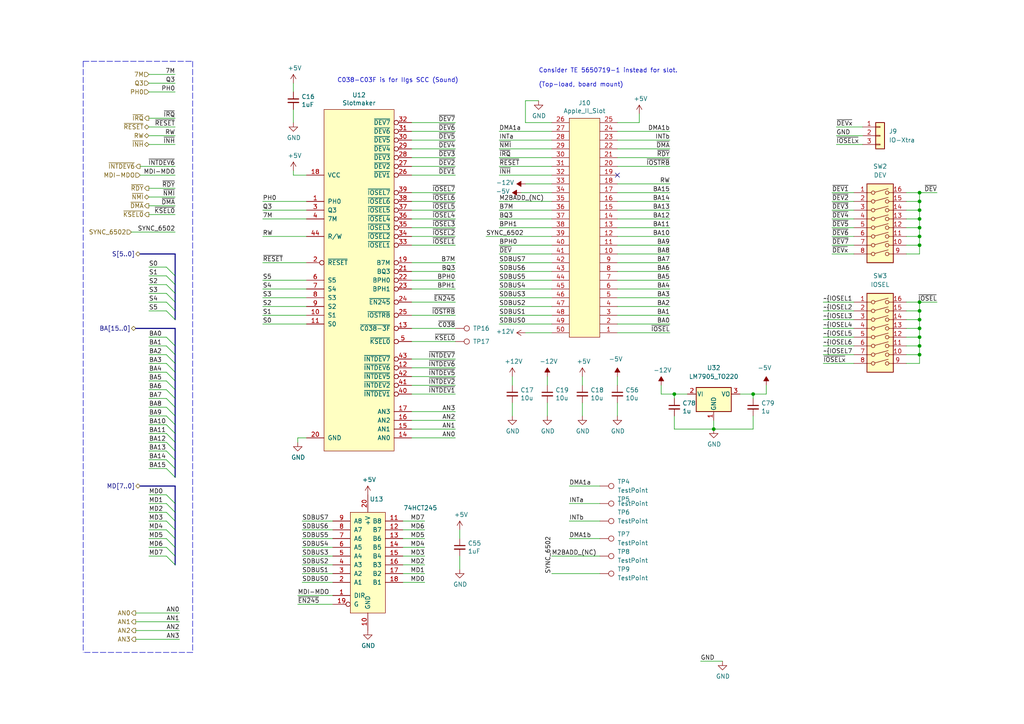
<source format=kicad_sch>
(kicad_sch (version 20211123) (generator eeschema)
  (paper "A4")
  (title_block (title "Slotmaker and Game DIP") (rev "3a") (company "twitch.tv/baldengineer"))
  (lib_symbols
    (symbol "Apple_IIgs_Symbols:Apple_II_Slot" (pin_names (offset 1.016))
      (property "Reference" "J10" (at 0.635 34.925 0))
      (property "Value" "Apple_II_Slot" (at 0.635 32.6136 0))
      (symbol "Apple_II_Slot_1_1"
        (pin bidirectional line (at 10.16 -31.75 180) (length 5.08) (name "~") (number "1"))
        (pin bidirectional line (at 10.16 -8.89 180) (length 5.08) (name "~") (number "10"))
        (pin bidirectional line (at 10.16 -6.35 180) (length 5.08) (name "~") (number "11"))
        (pin bidirectional line (at 10.16 -3.81 180) (length 5.08) (name "~") (number "12"))
        (pin bidirectional line (at 10.16 -1.27 180) (length 5.08) (name "~") (number "13"))
        (pin bidirectional line (at 10.16 1.27 180) (length 5.08) (name "~") (number "14"))
        (pin bidirectional line (at 10.16 3.81 180) (length 5.08) (name "~") (number "15"))
        (pin bidirectional line (at 10.16 6.35 180) (length 5.08) (name "~") (number "16"))
        (pin bidirectional line (at 10.16 8.89 180) (length 5.08) (name "~") (number "17"))
        (pin bidirectional line (at 10.16 11.43 180) (length 5.08) (name "~") (number "18"))
        (pin bidirectional line (at 10.16 13.97 180) (length 5.08) (name "~") (number "19"))
        (pin bidirectional line (at 10.16 -29.21 180) (length 5.08) (name "~") (number "2"))
        (pin bidirectional line (at 10.16 16.51 180) (length 5.08) (name "~") (number "20"))
        (pin bidirectional line (at 10.16 19.05 180) (length 5.08) (name "~") (number "21"))
        (pin bidirectional line (at 10.16 21.59 180) (length 5.08) (name "~") (number "22"))
        (pin bidirectional line (at 10.16 24.13 180) (length 5.08) (name "~") (number "23"))
        (pin bidirectional line (at 10.16 26.67 180) (length 5.08) (name "~") (number "24"))
        (pin bidirectional line (at 10.16 29.21 180) (length 5.08) (name "~") (number "25"))
        (pin bidirectional line (at -8.89 29.21 0) (length 5.08) (name "~") (number "26"))
        (pin bidirectional line (at -8.89 26.67 0) (length 5.08) (name "~") (number "27"))
        (pin bidirectional line (at -8.89 24.13 0) (length 5.08) (name "~") (number "28"))
        (pin bidirectional line (at -8.89 21.59 0) (length 5.08) (name "~") (number "29"))
        (pin bidirectional line (at 10.16 -26.67 180) (length 5.08) (name "~") (number "3"))
        (pin bidirectional line (at -8.89 19.05 0) (length 5.08) (name "") (number "30"))
        (pin bidirectional line (at -8.89 16.51 0) (length 5.08) (name "~") (number "31"))
        (pin bidirectional line (at -8.89 13.97 0) (length 5.08) (name "~") (number "32"))
        (pin bidirectional line (at -8.89 11.43 0) (length 5.08) (name "~") (number "33"))
        (pin bidirectional line (at -8.89 8.89 0) (length 5.08) (name "~") (number "34"))
        (pin bidirectional line (at -8.89 6.35 0) (length 5.08) (name "~") (number "35"))
        (pin bidirectional line (at -8.89 3.81 0) (length 5.08) (name "~") (number "36"))
        (pin bidirectional line (at -8.89 1.27 0) (length 5.08) (name "~") (number "37"))
        (pin bidirectional line (at -8.89 -1.27 0) (length 5.08) (name "~") (number "38"))
        (pin bidirectional line (at -8.89 -3.81 0) (length 5.08) (name "~") (number "39"))
        (pin bidirectional line (at 10.16 -24.13 180) (length 5.08) (name "~") (number "4"))
        (pin bidirectional line (at -8.89 -6.35 0) (length 5.08) (name "~") (number "40"))
        (pin bidirectional line (at -8.89 -8.89 0) (length 5.08) (name "~") (number "41"))
        (pin bidirectional line (at -8.89 -11.43 0) (length 5.08) (name "~") (number "42"))
        (pin bidirectional line (at -8.89 -13.97 0) (length 5.08) (name "~") (number "43"))
        (pin bidirectional line (at -8.89 -16.51 0) (length 5.08) (name "~") (number "44"))
        (pin bidirectional line (at -8.89 -19.05 0) (length 5.08) (name "~") (number "45"))
        (pin bidirectional line (at -8.89 -21.59 0) (length 5.08) (name "~") (number "46"))
        (pin bidirectional line (at -8.89 -24.13 0) (length 5.08) (name "~") (number "47"))
        (pin bidirectional line (at -8.89 -26.67 0) (length 5.08) (name "~") (number "48"))
        (pin bidirectional line (at -8.89 -29.21 0) (length 5.08) (name "~") (number "49"))
        (pin bidirectional line (at 10.16 -21.59 180) (length 5.08) (name "~") (number "5"))
        (pin bidirectional line (at -8.89 -31.75 0) (length 5.08) (name "~") (number "50"))
        (pin bidirectional line (at 10.16 -19.05 180) (length 5.08) (name "~") (number "6"))
        (pin bidirectional line (at 10.16 -16.51 180) (length 5.08) (name "~") (number "7"))
        (pin bidirectional line (at 10.16 -13.97 180) (length 5.08) (name "~") (number "8"))
        (pin bidirectional line (at 10.16 -11.43 180) (length 5.08) (name "~") (number "9"))
      )
    )
    (symbol "Apple_IIgs_Symbols:Slotmaker" (pin_names (offset 1.016))
      (property "Reference" "U12" (at 1.27 51.181 0))
      (property "Value" "Slotmaker" (at 1.27 48.8696 0))
      (symbol "Slotmaker_1_1"
        (pin input line (at -13.97 20.32 0) (length 5.08) (name "PH0") (number "1"))
        (pin input line (at -13.97 -12.7 0) (length 5.08) (name "S1") (number "10"))
        (pin input line (at -13.97 -15.24 0) (length 5.08) (name "S0") (number "11"))
        (pin output inverted (at 16.51 -27.94 180) (length 5.08) (name "~{INTDEV6}") (number "12"))
        (pin output inverted (at 16.51 -16.51 180) (length 5.08) (name "~{C038-3F}") (number "13"))
        (pin output line (at 16.51 -48.26 180) (length 5.08) (name "AN0") (number "14"))
        (pin output line (at 16.51 -45.72 180) (length 5.08) (name "AN1") (number "15"))
        (pin output line (at 16.51 -43.18 180) (length 5.08) (name "AN2") (number "16"))
        (pin output line (at 16.51 -40.64 180) (length 5.08) (name "AN3") (number "17"))
        (pin power_in line (at -13.97 27.94 0) (length 5.08) (name "VCC") (number "18"))
        (pin output inverted (at 16.51 2.54 180) (length 5.08) (name "B7M") (number "19"))
        (pin input inverted (at -13.97 2.54 0) (length 5.08) (name "~{RESET}") (number "2"))
        (pin power_in line (at -13.97 -48.26 0) (length 5.08) (name "GND") (number "20"))
        (pin output inverted (at 16.51 0 180) (length 5.08) (name "BQ3") (number "21"))
        (pin output inverted (at 16.51 -2.54 180) (length 5.08) (name "BPH0") (number "22"))
        (pin output inverted (at 16.51 -5.08 180) (length 5.08) (name "BPH1") (number "23"))
        (pin output inverted (at 16.51 -8.89 180) (length 5.08) (name "~{EN245}") (number "24"))
        (pin output inverted (at 16.51 -12.7 180) (length 5.08) (name "~{IOSTRB}") (number "25"))
        (pin output inverted (at 16.51 27.94 180) (length 5.08) (name "~{DEV1}") (number "26"))
        (pin output inverted (at 16.51 30.48 180) (length 5.08) (name "~{DEV2}") (number "27"))
        (pin output inverted (at 16.51 33.02 180) (length 5.08) (name "~{DEV3}") (number "28"))
        (pin output inverted (at 16.51 35.56 180) (length 5.08) (name "~{DEV4}") (number "29"))
        (pin input line (at -13.97 17.78 0) (length 5.08) (name "Q3") (number "3"))
        (pin output inverted (at 16.51 38.1 180) (length 5.08) (name "~{DEV5}") (number "30"))
        (pin output inverted (at 16.51 40.64 180) (length 5.08) (name "~{DEV6}") (number "31"))
        (pin output inverted (at 16.51 43.18 180) (length 5.08) (name "~{DEV7}") (number "32"))
        (pin output inverted (at 16.51 7.62 180) (length 5.08) (name "~{IOSEL1}") (number "33"))
        (pin output inverted (at 16.51 10.16 180) (length 5.08) (name "~{IOSEL2}") (number "34"))
        (pin output inverted (at 16.51 12.7 180) (length 5.08) (name "~{IOSEL3}") (number "35"))
        (pin output inverted (at 16.51 15.24 180) (length 5.08) (name "~{IOSEL4}") (number "36"))
        (pin output inverted (at 16.51 17.78 180) (length 5.08) (name "~{IOSEL5}") (number "37"))
        (pin output inverted (at 16.51 20.32 180) (length 5.08) (name "~{IOSEL6}") (number "38"))
        (pin output inverted (at 16.51 22.86 180) (length 5.08) (name "~{IOSEL7}") (number "39"))
        (pin input line (at -13.97 15.24 0) (length 5.08) (name "7M") (number "4"))
        (pin output inverted (at 16.51 -35.56 180) (length 5.08) (name "~{INTDEV1}") (number "40"))
        (pin output inverted (at 16.51 -33.02 180) (length 5.08) (name "~{INTDEV2}") (number "41"))
        (pin output inverted (at 16.51 -30.48 180) (length 5.08) (name "~{INTDEV5}") (number "42"))
        (pin output inverted (at 16.51 -25.4 180) (length 5.08) (name "~{INTDEV7}") (number "43"))
        (pin input line (at -13.97 10.16 0) (length 5.08) (name "R/W") (number "44"))
        (pin output inverted (at 16.51 -20.32 180) (length 5.08) (name "~{KSEL0}") (number "5"))
        (pin input line (at -13.97 -2.54 0) (length 5.08) (name "S5") (number "6"))
        (pin input line (at -13.97 -5.08 0) (length 5.08) (name "S4") (number "7"))
        (pin input line (at -13.97 -7.62 0) (length 5.08) (name "S3") (number "8"))
        (pin input line (at -13.97 -10.16 0) (length 5.08) (name "S2") (number "9"))
      )
    )
    (symbol "C_0805_1" (pin_numbers hide) (pin_names (offset 0.254) hide)
      (property "Reference" "C" (at 0.254 1.778 0))
      (property "Value" "C_0805_1" (at 0.254 -2.032 0))
      (symbol "C_0805_1_1_1"
        (pin passive line (at 0 2.54 270) (length 2.032) (name "~") (number "1"))
        (pin passive line (at 0 -2.54 90) (length 2.032) (name "~") (number "2"))
      )
    )
    (symbol "C_0805_2" (pin_numbers hide) (pin_names (offset 0.254) hide)
      (property "Reference" "C" (at 0.254 1.778 0))
      (property "Value" "C_0805_2" (at 0.254 -2.032 0))
      (symbol "C_0805_2_1_1"
        (pin passive line (at 0 2.54 270) (length 2.032) (name "~") (number "1"))
        (pin passive line (at 0 -2.54 90) (length 2.032) (name "~") (number "2"))
      )
    )
    (symbol "C_0805_3" (pin_numbers hide) (pin_names (offset 0.254) hide)
      (property "Reference" "C" (at 0.254 1.778 0))
      (property "Value" "C_0805_3" (at 0.254 -2.032 0))
      (symbol "C_0805_3_1_1"
        (pin passive line (at 0 2.54 270) (length 2.032) (name "~") (number "1"))
        (pin passive line (at 0 -2.54 90) (length 2.032) (name "~") (number "2"))
      )
    )
    (symbol "C_0805_4" (pin_numbers hide) (pin_names (offset 0.254) hide)
      (property "Reference" "C" (at 0.254 1.778 0))
      (property "Value" "C_0805_4" (at 0.254 -2.032 0))
      (symbol "C_0805_4_1_1"
        (pin passive line (at 0 2.54 270) (length 2.032) (name "~") (number "1"))
        (pin passive line (at 0 -2.54 90) (length 2.032) (name "~") (number "2"))
      )
    )
    (symbol "C_0805_5" (pin_numbers hide) (pin_names (offset 0.254) hide)
      (property "Reference" "C" (at 0.254 1.778 0))
      (property "Value" "C_0805_5" (at 0.254 -2.032 0))
      (symbol "C_0805_5_1_1"
        (pin passive line (at 0 2.54 270) (length 2.032) (name "~") (number "1"))
        (pin passive line (at 0 -2.54 90) (length 2.032) (name "~") (number "2"))
      )
    )
    (symbol "Connector:TestPoint" (pin_numbers hide) (pin_names (offset 0.762) hide)
      (property "Reference" "TP" (at 0 6.858 0))
      (property "Value" "TestPoint" (at 0 5.08 0))
      (symbol "TestPoint_1_1"
        (pin passive line (at 0 0 90) (length 2.54) (name "1") (number "1"))
      )
    )
    (symbol "Connector_Generic:Conn_01x03" (pin_names (offset 1.016) hide)
      (property "Reference" "J" (at 0 5.08 0))
      (property "Value" "Conn_01x03" (at 0 -5.08 0))
      (symbol "Conn_01x03_1_1"
        (pin passive line (at -5.08 2.54 0) (length 3.81) (name "Pin_1") (number "1"))
        (pin passive line (at -5.08 0 0) (length 3.81) (name "Pin_2") (number "2"))
        (pin passive line (at -5.08 -2.54 0) (length 3.81) (name "Pin_3") (number "3"))
      )
    )
    (symbol "My Library:74HCT245_1" (pin_names (offset 1.016))
      (property "Reference" "U5" (at 2.54 19.05 0))
      (property "Value" "74HCT245_1" (at 6.35 16.51 0))
      (symbol "74HCT245_1_1_1"
        (pin input line (at -10.16 -8.89 0) (length 5.08) (name "DIR") (number "1"))
        (pin power_in line (at 0 -19.05 90) (length 5.08) (name "GND") (number "10"))
        (pin bidirectional line (at 10.16 12.7 180) (length 5.08) (name "B8") (number "11"))
        (pin bidirectional line (at 10.16 10.16 180) (length 5.08) (name "B7") (number "12"))
        (pin bidirectional line (at 10.16 7.62 180) (length 5.08) (name "B6") (number "13"))
        (pin bidirectional line (at 10.16 5.08 180) (length 5.08) (name "B5") (number "14"))
        (pin bidirectional line (at 10.16 2.54 180) (length 5.08) (name "B4") (number "15"))
        (pin bidirectional line (at 10.16 0 180) (length 5.08) (name "B3") (number "16"))
        (pin bidirectional line (at 10.16 -2.54 180) (length 5.08) (name "B2") (number "17"))
        (pin bidirectional line (at 10.16 -5.08 180) (length 5.08) (name "B1") (number "18"))
        (pin input inverted (at -10.16 -11.43 0) (length 5.08) (name "G") (number "19"))
        (pin bidirectional line (at -10.16 -5.08 0) (length 5.08) (name "A1") (number "2"))
        (pin power_in line (at 0 20.32 270) (length 5.08) (name "+V") (number "20"))
        (pin bidirectional line (at -10.16 -2.54 0) (length 5.08) (name "A2") (number "3"))
        (pin bidirectional line (at -10.16 0 0) (length 5.08) (name "A3") (number "4"))
        (pin bidirectional line (at -10.16 2.54 0) (length 5.08) (name "A4") (number "5"))
        (pin bidirectional line (at -10.16 5.08 0) (length 5.08) (name "A5") (number "6"))
        (pin bidirectional line (at -10.16 7.62 0) (length 5.08) (name "A6") (number "7"))
        (pin bidirectional line (at -10.16 10.16 0) (length 5.08) (name "A7") (number "8"))
        (pin bidirectional line (at -10.16 12.7 0) (length 5.08) (name "A8") (number "9"))
      )
    )
    (symbol "My_Library:C_0805" (pin_numbers hide) (pin_names (offset 0.254) hide)
      (property "Reference" "C" (at 0.254 1.778 0))
      (property "Value" "C_0805" (at 0.254 -2.032 0))
      (symbol "C_0805_1_1"
        (pin passive line (at 0 2.54 270) (length 2.032) (name "~") (number "1"))
        (pin passive line (at 0 -2.54 90) (length 2.032) (name "~") (number "2"))
      )
    )
    (symbol "Regulator_Linear:LM7905_TO220" (pin_names (offset 0.254))
      (property "Reference" "U" (at -3.81 -3.175 0))
      (property "Value" "LM7905_TO220" (at 0 -3.175 0))
      (symbol "LM7905_TO220_1_1"
        (pin power_in line (at 0 7.62 270) (length 2.54) (name "GND") (number "1"))
        (pin power_in line (at -7.62 0 0) (length 2.54) (name "VI") (number "2"))
        (pin power_out line (at 7.62 0 180) (length 2.54) (name "VO") (number "3"))
      )
    )
    (symbol "Switch:SW_DIP_x08" (pin_names (offset 0) hide)
      (property "Reference" "SW" (at 0 13.97 0))
      (property "Value" "SW_DIP_x08" (at 0 -11.43 0))
      (symbol "SW_DIP_x08_1_1"
        (pin passive line (at -7.62 10.16 0) (length 5.08) (name "~") (number "1"))
        (pin passive line (at 7.62 -5.08 180) (length 5.08) (name "~") (number "10"))
        (pin passive line (at 7.62 -2.54 180) (length 5.08) (name "~") (number "11"))
        (pin passive line (at 7.62 0 180) (length 5.08) (name "~") (number "12"))
        (pin passive line (at 7.62 2.54 180) (length 5.08) (name "~") (number "13"))
        (pin passive line (at 7.62 5.08 180) (length 5.08) (name "~") (number "14"))
        (pin passive line (at 7.62 7.62 180) (length 5.08) (name "~") (number "15"))
        (pin passive line (at 7.62 10.16 180) (length 5.08) (name "~") (number "16"))
        (pin passive line (at -7.62 7.62 0) (length 5.08) (name "~") (number "2"))
        (pin passive line (at -7.62 5.08 0) (length 5.08) (name "~") (number "3"))
        (pin passive line (at -7.62 2.54 0) (length 5.08) (name "~") (number "4"))
        (pin passive line (at -7.62 0 0) (length 5.08) (name "~") (number "5"))
        (pin passive line (at -7.62 -2.54 0) (length 5.08) (name "~") (number "6"))
        (pin passive line (at -7.62 -5.08 0) (length 5.08) (name "~") (number "7"))
        (pin passive line (at -7.62 -7.62 0) (length 5.08) (name "~") (number "8"))
        (pin passive line (at 7.62 -7.62 180) (length 5.08) (name "~") (number "9"))
      )
    )
    (symbol "power:+12V" (power) (pin_names (offset 0))
      (property "Value" "+12V" (at 0 3.556 0))
      (symbol "+12V_1_1"
        (pin power_in line (at 0 0 90) (length 0) hide (name "+12V") (number "1"))
      )
    )
    (symbol "power:+5V" (power) (pin_names (offset 0))
      (property "Value" "+5V" (at 0 3.556 0))
      (symbol "+5V_1_1"
        (pin power_in line (at 0 0 90) (length 0) hide (name "+5V") (number "1"))
      )
    )
    (symbol "power:-12V" (power) (pin_names (offset 0))
      (property "Value" "-12V" (at 0 3.81 0))
      (symbol "-12V_0_0"
        (pin power_in line (at 0 0 90) (length 0) hide (name "-12V") (number "1"))
      )
    )
    (symbol "power:-5V" (power) (pin_names (offset 0))
      (property "Value" "-5V" (at 0 3.81 0))
      (symbol "-5V_0_0"
        (pin power_in line (at 0 0 90) (length 0) hide (name "-5V") (number "1"))
      )
    )
    (symbol "power:GND" (power) (pin_names (offset 0))
      (property "Value" "GND" (at 0 -3.81 0))
      (symbol "GND_1_1"
        (pin power_in line (at 0 0 270) (length 0) hide (name "GND") (number "1"))
      )
    )
  )
  (junction (at 266.7 55.88))
  (junction (at 266.7 95.25))
  (junction (at 266.7 100.33))
  (junction (at 266.7 92.71))
  (junction (at 266.7 68.58))
  (junction (at 266.7 90.17))
  (junction (at 218.44 114.3))
  (junction (at 266.7 60.96))
  (junction (at 266.7 66.04))
  (junction (at 266.7 102.87))
  (junction (at 266.7 71.12))
  (junction (at 266.7 63.5))
  (junction (at 266.7 87.63))
  (junction (at 266.7 97.79))
  (junction (at 266.7 58.42))
  (junction (at 195.58 114.3))
  (junction (at 207.01 124.46))
  (no_connect (at 179.07 50.8))
  (bus_entry (at 48.26 90.17) (size 2.54 2.54))
  (bus_entry (at 48.26 102.87) (size 2.54 2.54))
  (bus_entry (at 48.26 85.09) (size 2.54 2.54))
  (bus_entry (at 48.26 130.81) (size 2.54 2.54))
  (bus_entry (at 48.26 146.05) (size 2.54 2.54))
  (bus_entry (at 48.26 148.59) (size 2.54 2.54))
  (bus_entry (at 48.26 133.35) (size 2.54 2.54))
  (bus_entry (at 48.26 113.03) (size 2.54 2.54))
  (bus_entry (at 48.26 123.19) (size 2.54 2.54))
  (bus_entry (at 48.26 110.49) (size 2.54 2.54))
  (bus_entry (at 48.26 77.47) (size 2.54 2.54))
  (bus_entry (at 48.26 151.13) (size 2.54 2.54))
  (bus_entry (at 48.26 100.33) (size 2.54 2.54))
  (bus_entry (at 48.26 158.75) (size 2.54 2.54))
  (bus_entry (at 48.26 87.63) (size 2.54 2.54))
  (bus_entry (at 48.26 156.21) (size 2.54 2.54))
  (bus_entry (at 48.26 105.41) (size 2.54 2.54))
  (bus_entry (at 48.26 80.01) (size 2.54 2.54))
  (bus_entry (at 48.26 107.95) (size 2.54 2.54))
  (bus_entry (at 48.26 143.51) (size 2.54 2.54))
  (bus_entry (at 48.26 125.73) (size 2.54 2.54))
  (bus_entry (at 48.26 120.65) (size 2.54 2.54))
  (bus_entry (at 48.26 115.57) (size 2.54 2.54))
  (bus_entry (at 48.26 128.27) (size 2.54 2.54))
  (bus_entry (at 48.26 97.79) (size 2.54 2.54))
  (bus_entry (at 48.26 161.29) (size 2.54 2.54))
  (bus_entry (at 48.26 153.67) (size 2.54 2.54))
  (bus_entry (at 48.26 82.55) (size 2.54 2.54))
  (bus_entry (at 48.26 118.11) (size 2.54 2.54))
  (bus_entry (at 48.26 135.89) (size 2.54 2.54))
  (wire (pts (xy 242.57 39.37) (xy 250.19 39.37)))
  (wire (pts (xy 179.07 68.58) (xy 194.31 68.58)))
  (wire (pts (xy 179.07 73.66) (xy 194.31 73.66)))
  (wire (pts (xy 266.7 55.88) (xy 271.78 55.88)))
  (wire (pts (xy 179.07 40.64) (xy 194.31 40.64)))
  (wire (pts (xy 179.07 88.9) (xy 194.31 88.9)))
  (wire (pts (xy 266.7 87.63) (xy 271.78 87.63)))
  (polyline (pts (xy 24.13 17.78) (xy 24.13 189.23)))
  (wire (pts (xy 43.18 105.41) (xy 48.26 105.41)))
  (wire (pts (xy 50.8 26.67) (xy 43.18 26.67)))
  (wire (pts (xy 262.89 87.63) (xy 266.7 87.63)))
  (wire (pts (xy 43.18 102.87) (xy 48.26 102.87)))
  (wire (pts (xy 218.44 114.3) (xy 218.44 115.57)))
  (wire (pts (xy 191.77 114.3) (xy 195.58 114.3)))
  (wire (pts (xy 119.38 99.06) (xy 132.08 99.06)))
  (wire (pts (xy 266.7 92.71) (xy 266.7 95.25)))
  (wire (pts (xy 266.7 95.25) (xy 266.7 97.79)))
  (wire (pts (xy 144.78 78.74) (xy 160.02 78.74)))
  (wire (pts (xy 43.18 34.29) (xy 50.8 34.29)))
  (wire (pts (xy 43.18 90.17) (xy 48.26 90.17)))
  (wire (pts (xy 144.78 63.5) (xy 160.02 63.5)))
  (wire (pts (xy 119.38 111.76) (xy 132.08 111.76)))
  (wire (pts (xy 218.44 114.3) (xy 222.25 114.3)))
  (wire (pts (xy 88.9 60.96) (xy 76.2 60.96)))
  (wire (pts (xy 262.89 95.25) (xy 266.7 95.25)))
  (wire (pts (xy 43.18 123.19) (xy 48.26 123.19)))
  (wire (pts (xy 140.97 68.58) (xy 160.02 68.58)))
  (wire (pts (xy 43.18 125.73) (xy 48.26 125.73)))
  (wire (pts (xy 119.38 104.14) (xy 132.08 104.14)))
  (wire (pts (xy 262.89 97.79) (xy 266.7 97.79)))
  (wire (pts (xy 144.78 66.04) (xy 160.02 66.04)))
  (wire (pts (xy 179.07 55.88) (xy 194.31 55.88)))
  (wire (pts (xy 119.38 76.2) (xy 132.08 76.2)))
  (wire (pts (xy 158.75 120.65) (xy 158.75 116.84)))
  (wire (pts (xy 40.64 48.26) (xy 50.8 48.26)))
  (wire (pts (xy 85.09 50.8) (xy 85.09 49.53)))
  (wire (pts (xy 88.9 91.44) (xy 76.2 91.44)))
  (wire (pts (xy 116.84 166.37) (xy 123.19 166.37)))
  (wire (pts (xy 179.07 111.76) (xy 179.07 109.22)))
  (wire (pts (xy 179.07 120.65) (xy 179.07 116.84)))
  (wire (pts (xy 148.59 111.76) (xy 148.59 109.22)))
  (wire (pts (xy 262.89 71.12) (xy 266.7 71.12)))
  (wire (pts (xy 88.9 83.82) (xy 76.2 83.82)))
  (wire (pts (xy 179.07 66.04) (xy 194.31 66.04)))
  (wire (pts (xy 96.52 158.75) (xy 87.63 158.75)))
  (wire (pts (xy 152.4 53.34) (xy 160.02 53.34)))
  (wire (pts (xy 160.02 166.37) (xy 173.99 166.37)))
  (wire (pts (xy 43.18 151.13) (xy 48.26 151.13)))
  (wire (pts (xy 168.91 120.65) (xy 168.91 116.84)))
  (wire (pts (xy 144.78 81.28) (xy 160.02 81.28)))
  (wire (pts (xy 88.9 81.28) (xy 76.2 81.28)))
  (wire (pts (xy 48.26 158.75) (xy 43.18 158.75)))
  (wire (pts (xy 43.18 153.67) (xy 48.26 153.67)))
  (wire (pts (xy 119.38 63.5) (xy 132.08 63.5)))
  (bus (pts (xy 50.8 82.55) (xy 50.8 80.01)))
  (wire (pts (xy 266.7 73.66) (xy 262.89 73.66)))
  (wire (pts (xy 262.89 102.87) (xy 266.7 102.87)))
  (wire (pts (xy 119.38 114.3) (xy 132.08 114.3)))
  (wire (pts (xy 119.38 119.38) (xy 132.08 119.38)))
  (wire (pts (xy 88.9 58.42) (xy 76.2 58.42)))
  (wire (pts (xy 39.37 185.42) (xy 52.07 185.42)))
  (wire (pts (xy 179.07 71.12) (xy 194.31 71.12)))
  (bus (pts (xy 50.8 110.49) (xy 50.8 107.95)))
  (bus (pts (xy 50.8 107.95) (xy 50.8 105.41)))
  (wire (pts (xy 96.52 166.37) (xy 87.63 166.37)))
  (wire (pts (xy 96.52 161.29) (xy 87.63 161.29)))
  (wire (pts (xy 195.58 114.3) (xy 199.39 114.3)))
  (wire (pts (xy 218.44 120.65) (xy 218.44 124.46)))
  (polyline (pts (xy 24.13 17.78) (xy 55.88 17.78)))
  (bus (pts (xy 50.8 100.33) (xy 50.8 95.25)))
  (wire (pts (xy 238.76 87.63) (xy 247.65 87.63)))
  (wire (pts (xy 88.9 76.2) (xy 76.2 76.2)))
  (wire (pts (xy 179.07 63.5) (xy 194.31 63.5)))
  (wire (pts (xy 43.18 54.61) (xy 50.8 54.61)))
  (wire (pts (xy 179.07 96.52) (xy 194.31 96.52)))
  (wire (pts (xy 119.38 60.96) (xy 132.08 60.96)))
  (wire (pts (xy 165.1 146.05) (xy 173.99 146.05)))
  (wire (pts (xy 160.02 35.56) (xy 152.4 35.56)))
  (wire (pts (xy 179.07 76.2) (xy 194.31 76.2)))
  (bus (pts (xy 40.64 73.66) (xy 50.8 73.66)))
  (bus (pts (xy 50.8 113.03) (xy 50.8 110.49)))
  (wire (pts (xy 43.18 97.79) (xy 48.26 97.79)))
  (wire (pts (xy 119.38 106.68) (xy 132.08 106.68)))
  (wire (pts (xy 119.38 45.72) (xy 132.08 45.72)))
  (wire (pts (xy 50.8 50.8) (xy 40.64 50.8)))
  (wire (pts (xy 241.3 55.88) (xy 247.65 55.88)))
  (wire (pts (xy 262.89 55.88) (xy 266.7 55.88)))
  (bus (pts (xy 50.8 85.09) (xy 50.8 82.55)))
  (wire (pts (xy 266.7 68.58) (xy 266.7 71.12)))
  (wire (pts (xy 144.78 86.36) (xy 160.02 86.36)))
  (wire (pts (xy 116.84 161.29) (xy 123.19 161.29)))
  (wire (pts (xy 152.4 29.21) (xy 156.21 29.21)))
  (wire (pts (xy 266.7 60.96) (xy 266.7 63.5)))
  (wire (pts (xy 179.07 83.82) (xy 194.31 83.82)))
  (bus (pts (xy 50.8 146.05) (xy 50.8 140.97)))
  (wire (pts (xy 43.18 87.63) (xy 48.26 87.63)))
  (wire (pts (xy 96.52 156.21) (xy 87.63 156.21)))
  (wire (pts (xy 179.07 53.34) (xy 194.31 53.34)))
  (wire (pts (xy 266.7 58.42) (xy 266.7 60.96)))
  (wire (pts (xy 39.37 182.88) (xy 52.07 182.88)))
  (wire (pts (xy 88.9 86.36) (xy 76.2 86.36)))
  (bus (pts (xy 50.8 92.71) (xy 50.8 90.17)))
  (wire (pts (xy 179.07 38.1) (xy 194.31 38.1)))
  (wire (pts (xy 218.44 124.46) (xy 207.01 124.46)))
  (wire (pts (xy 179.07 78.74) (xy 194.31 78.74)))
  (bus (pts (xy 50.8 87.63) (xy 50.8 85.09)))
  (wire (pts (xy 119.38 87.63) (xy 132.08 87.63)))
  (bus (pts (xy 50.8 118.11) (xy 50.8 115.57)))
  (wire (pts (xy 179.07 43.18) (xy 194.31 43.18)))
  (bus (pts (xy 50.8 115.57) (xy 50.8 113.03)))
  (wire (pts (xy 185.42 35.56) (xy 179.07 35.56)))
  (wire (pts (xy 43.18 148.59) (xy 48.26 148.59)))
  (wire (pts (xy 119.38 43.18) (xy 132.08 43.18)))
  (wire (pts (xy 266.7 55.88) (xy 266.7 58.42)))
  (wire (pts (xy 266.7 66.04) (xy 266.7 68.58)))
  (bus (pts (xy 50.8 153.67) (xy 50.8 151.13)))
  (wire (pts (xy 160.02 45.72) (xy 144.78 45.72)))
  (wire (pts (xy 266.7 90.17) (xy 266.7 92.71)))
  (wire (pts (xy 43.18 62.23) (xy 50.8 62.23)))
  (wire (pts (xy 160.02 60.96) (xy 144.78 60.96)))
  (wire (pts (xy 151.13 55.88) (xy 160.02 55.88)))
  (wire (pts (xy 48.26 115.57) (xy 43.18 115.57)))
  (wire (pts (xy 43.18 156.21) (xy 48.26 156.21)))
  (wire (pts (xy 144.78 71.12) (xy 160.02 71.12)))
  (wire (pts (xy 179.07 91.44) (xy 194.31 91.44)))
  (wire (pts (xy 207.01 121.92) (xy 207.01 124.46)))
  (wire (pts (xy 195.58 124.46) (xy 207.01 124.46)))
  (bus (pts (xy 50.8 133.35) (xy 50.8 135.89)))
  (wire (pts (xy 238.76 102.87) (xy 247.65 102.87)))
  (bus (pts (xy 39.37 95.25) (xy 50.8 95.25)))
  (wire (pts (xy 48.26 161.29) (xy 43.18 161.29)))
  (wire (pts (xy 96.52 168.91) (xy 87.63 168.91)))
  (bus (pts (xy 50.8 80.01) (xy 50.8 73.66)))
  (wire (pts (xy 116.84 151.13) (xy 123.19 151.13)))
  (wire (pts (xy 119.38 50.8) (xy 132.08 50.8)))
  (wire (pts (xy 262.89 66.04) (xy 266.7 66.04)))
  (wire (pts (xy 262.89 63.5) (xy 266.7 63.5)))
  (wire (pts (xy 119.38 58.42) (xy 132.08 58.42)))
  (wire (pts (xy 185.42 33.02) (xy 185.42 35.56)))
  (wire (pts (xy 48.26 135.89) (xy 43.18 135.89)))
  (bus (pts (xy 40.64 140.97) (xy 50.8 140.97)))
  (wire (pts (xy 144.78 73.66) (xy 160.02 73.66)))
  (wire (pts (xy 119.38 66.04) (xy 132.08 66.04)))
  (wire (pts (xy 48.26 80.01) (xy 43.18 80.01)))
  (wire (pts (xy 39.37 180.34) (xy 52.07 180.34)))
  (wire (pts (xy 96.52 175.26) (xy 86.36 175.26)))
  (wire (pts (xy 266.7 102.87) (xy 266.7 105.41)))
  (wire (pts (xy 48.26 128.27) (xy 43.18 128.27)))
  (wire (pts (xy 160.02 50.8) (xy 144.78 50.8)))
  (wire (pts (xy 43.18 59.69) (xy 50.8 59.69)))
  (polyline (pts (xy 55.88 189.23) (xy 24.13 189.23)))
  (wire (pts (xy 50.8 41.91) (xy 43.18 41.91)))
  (wire (pts (xy 119.38 55.88) (xy 132.08 55.88)))
  (wire (pts (xy 39.37 177.8) (xy 52.07 177.8)))
  (wire (pts (xy 238.76 95.25) (xy 247.65 95.25)))
  (wire (pts (xy 86.36 127) (xy 86.36 128.27)))
  (wire (pts (xy 48.26 143.51) (xy 43.18 143.51)))
  (wire (pts (xy 179.07 93.98) (xy 194.31 93.98)))
  (wire (pts (xy 119.38 121.92) (xy 132.08 121.92)))
  (wire (pts (xy 38.1 67.31) (xy 50.8 67.31)))
  (wire (pts (xy 133.35 165.1) (xy 133.35 161.29)))
  (wire (pts (xy 48.26 110.49) (xy 43.18 110.49)))
  (wire (pts (xy 173.99 156.21) (xy 165.1 156.21)))
  (wire (pts (xy 144.78 38.1) (xy 160.02 38.1)))
  (wire (pts (xy 43.18 118.11) (xy 48.26 118.11)))
  (wire (pts (xy 133.35 156.21) (xy 133.35 153.67)))
  (wire (pts (xy 144.78 76.2) (xy 160.02 76.2)))
  (wire (pts (xy 195.58 120.65) (xy 195.58 124.46)))
  (wire (pts (xy 43.18 39.37) (xy 50.8 39.37)))
  (wire (pts (xy 266.7 100.33) (xy 266.7 102.87)))
  (wire (pts (xy 116.84 153.67) (xy 123.19 153.67)))
  (wire (pts (xy 214.63 114.3) (xy 218.44 114.3)))
  (wire (pts (xy 88.9 88.9) (xy 76.2 88.9)))
  (wire (pts (xy 179.07 86.36) (xy 194.31 86.36)))
  (wire (pts (xy 48.26 146.05) (xy 43.18 146.05)))
  (bus (pts (xy 50.8 135.89) (xy 50.8 138.43)))
  (bus (pts (xy 50.8 120.65) (xy 50.8 118.11)))
  (wire (pts (xy 266.7 87.63) (xy 266.7 90.17)))
  (wire (pts (xy 88.9 63.5) (xy 76.2 63.5)))
  (wire (pts (xy 262.89 90.17) (xy 266.7 90.17)))
  (wire (pts (xy 262.89 100.33) (xy 266.7 100.33)))
  (wire (pts (xy 88.9 93.98) (xy 76.2 93.98)))
  (wire (pts (xy 179.07 60.96) (xy 194.31 60.96)))
  (wire (pts (xy 88.9 68.58) (xy 76.2 68.58)))
  (wire (pts (xy 152.4 35.56) (xy 152.4 29.21)))
  (wire (pts (xy 241.3 73.66) (xy 247.65 73.66)))
  (wire (pts (xy 158.75 111.76) (xy 158.75 109.22)))
  (wire (pts (xy 116.84 163.83) (xy 123.19 163.83)))
  (bus (pts (xy 50.8 102.87) (xy 50.8 100.33)))
  (wire (pts (xy 88.9 127) (xy 86.36 127)))
  (wire (pts (xy 238.76 97.79) (xy 247.65 97.79)))
  (wire (pts (xy 48.26 77.47) (xy 43.18 77.47)))
  (bus (pts (xy 50.8 125.73) (xy 50.8 123.19)))
  (wire (pts (xy 242.57 36.83) (xy 250.19 36.83)))
  (wire (pts (xy 144.78 83.82) (xy 160.02 83.82)))
  (wire (pts (xy 173.99 161.29) (xy 160.02 161.29)))
  (wire (pts (xy 116.84 168.91) (xy 123.19 168.91)))
  (wire (pts (xy 241.3 63.5) (xy 247.65 63.5)))
  (wire (pts (xy 266.7 71.12) (xy 266.7 73.66)))
  (wire (pts (xy 266.7 97.79) (xy 266.7 100.33)))
  (wire (pts (xy 242.57 41.91) (xy 250.19 41.91)))
  (wire (pts (xy 119.38 38.1) (xy 132.08 38.1)))
  (wire (pts (xy 179.07 58.42) (xy 194.31 58.42)))
  (bus (pts (xy 50.8 123.19) (xy 50.8 120.65)))
  (wire (pts (xy 241.3 66.04) (xy 247.65 66.04)))
  (wire (pts (xy 179.07 81.28) (xy 194.31 81.28)))
  (wire (pts (xy 222.25 114.3) (xy 222.25 111.76)))
  (wire (pts (xy 266.7 63.5) (xy 266.7 66.04)))
  (wire (pts (xy 48.26 113.03) (xy 43.18 113.03)))
  (bus (pts (xy 50.8 161.29) (xy 50.8 158.75)))
  (wire (pts (xy 119.38 68.58) (xy 132.08 68.58)))
  (wire (pts (xy 262.89 92.71) (xy 266.7 92.71)))
  (wire (pts (xy 48.26 85.09) (xy 43.18 85.09)))
  (wire (pts (xy 116.84 156.21) (xy 123.19 156.21)))
  (wire (pts (xy 119.38 71.12) (xy 132.08 71.12)))
  (wire (pts (xy 85.09 26.67) (xy 85.09 24.13)))
  (wire (pts (xy 179.07 45.72) (xy 194.31 45.72)))
  (wire (pts (xy 43.18 36.83) (xy 50.8 36.83)))
  (wire (pts (xy 144.78 40.64) (xy 160.02 40.64)))
  (wire (pts (xy 144.78 91.44) (xy 160.02 91.44)))
  (wire (pts (xy 119.38 95.25) (xy 132.08 95.25)))
  (wire (pts (xy 119.38 91.44) (xy 132.08 91.44)))
  (wire (pts (xy 238.76 90.17) (xy 247.65 90.17)))
  (wire (pts (xy 119.38 81.28) (xy 132.08 81.28)))
  (wire (pts (xy 160.02 43.18) (xy 144.78 43.18)))
  (wire (pts (xy 160.02 48.26) (xy 144.78 48.26)))
  (wire (pts (xy 43.18 82.55) (xy 48.26 82.55)))
  (wire (pts (xy 85.09 35.56) (xy 85.09 31.75)))
  (bus (pts (xy 50.8 163.83) (xy 50.8 161.29)))
  (wire (pts (xy 148.59 120.65) (xy 148.59 116.84)))
  (wire (pts (xy 50.8 21.59) (xy 43.18 21.59)))
  (wire (pts (xy 238.76 92.71) (xy 247.65 92.71)))
  (bus (pts (xy 50.8 90.17) (xy 50.8 87.63)))
  (wire (pts (xy 266.7 105.41) (xy 262.89 105.41)))
  (wire (pts (xy 116.84 158.75) (xy 123.19 158.75)))
  (wire (pts (xy 262.89 68.58) (xy 266.7 68.58)))
  (bus (pts (xy 50.8 148.59) (xy 50.8 146.05)))
  (bus (pts (xy 50.8 128.27) (xy 50.8 125.73)))
  (wire (pts (xy 119.38 35.56) (xy 132.08 35.56)))
  (wire (pts (xy 209.55 191.77) (xy 203.2 191.77)))
  (wire (pts (xy 241.3 71.12) (xy 247.65 71.12)))
  (bus (pts (xy 50.8 156.21) (xy 50.8 153.67)))
  (wire (pts (xy 119.38 40.64) (xy 132.08 40.64)))
  (wire (pts (xy 119.38 48.26) (xy 132.08 48.26)))
  (wire (pts (xy 173.99 151.13) (xy 165.1 151.13)))
  (wire (pts (xy 50.8 24.13) (xy 43.18 24.13)))
  (bus (pts (xy 50.8 105.41) (xy 50.8 102.87)))
  (bus (pts (xy 50.8 151.13) (xy 50.8 148.59)))
  (wire (pts (xy 48.26 107.95) (xy 43.18 107.95)))
  (wire (pts (xy 238.76 100.33) (xy 247.65 100.33)))
  (wire (pts (xy 168.91 111.76) (xy 168.91 109.22)))
  (wire (pts (xy 48.26 130.81) (xy 43.18 130.81)))
  (wire (pts (xy 241.3 58.42) (xy 247.65 58.42)))
  (wire (pts (xy 43.18 120.65) (xy 48.26 120.65)))
  (wire (pts (xy 144.78 93.98) (xy 160.02 93.98)))
  (wire (pts (xy 195.58 114.3) (xy 195.58 115.57)))
  (polyline (pts (xy 55.88 17.78) (xy 55.88 189.23)))
  (wire (pts (xy 88.9 50.8) (xy 85.09 50.8)))
  (wire (pts (xy 48.26 133.35) (xy 43.18 133.35)))
  (wire (pts (xy 119.38 127) (xy 132.08 127)))
  (wire (pts (xy 152.4 96.52) (xy 160.02 96.52)))
  (bus (pts (xy 50.8 158.75) (xy 50.8 156.21)))
  (wire (pts (xy 241.3 68.58) (xy 247.65 68.58)))
  (wire (pts (xy 119.38 83.82) (xy 132.08 83.82)))
  (wire (pts (xy 165.1 140.97) (xy 173.99 140.97)))
  (bus (pts (xy 50.8 130.81) (xy 50.8 128.27)))
  (wire (pts (xy 144.78 88.9) (xy 160.02 88.9)))
  (wire (pts (xy 96.52 153.67) (xy 87.63 153.67)))
  (wire (pts (xy 43.18 100.33) (xy 48.26 100.33)))
  (bus (pts (xy 50.8 133.35) (xy 50.8 130.81)))
  (wire (pts (xy 262.89 58.42) (xy 266.7 58.42)))
  (wire (pts (xy 179.07 48.26) (xy 194.31 48.26)))
  (wire (pts (xy 96.52 163.83) (xy 87.63 163.83)))
  (wire (pts (xy 96.52 172.72) (xy 86.36 172.72)))
  (wire (pts (xy 119.38 109.22) (xy 132.08 109.22)))
  (wire (pts (xy 191.77 111.76) (xy 191.77 114.3)))
  (wire (pts (xy 238.76 105.41) (xy 247.65 105.41)))
  (wire (pts (xy 119.38 124.46) (xy 132.08 124.46)))
  (wire (pts (xy 96.52 151.13) (xy 87.63 151.13)))
  (wire (pts (xy 241.3 60.96) (xy 247.65 60.96)))
  (wire (pts (xy 43.18 57.15) (xy 50.8 57.15)))
  (wire (pts (xy 160.02 58.42) (xy 144.78 58.42)))
  (wire (pts (xy 119.38 78.74) (xy 132.08 78.74)))
  (wire (pts (xy 262.89 60.96) (xy 266.7 60.96)))
  (text "Consider TE 5650719-1 instead for slot.\n\n(Top-load, board mount)" (at 156.21 25.4 0) (effects (font (size 1.27 1.27)) (justify left bottom)))
  (text "C038-C03F is for IIgs SCC (Sound)" (at 97.79 24.13 0) (effects (font (size 1.27 1.27)) (justify left bottom)))
  (text "~{}" (at 39.37 48.26 0) (effects (font (size 1.27 1.27)) (justify left bottom)))
  (label "~{IOSEL4" (at 238.76 95.25 0))
  (label "S1" (at 76.2 91.44 0))
  (label "MD7" (at 123.19 151.13 180))
  (label "~{C038}" (at 132.08 95.25 180))
  (label "7M" (at 50.8 21.59 180))
  (label "BA8" (at 194.31 73.66 180))
  (label "SDBUS5" (at 87.63 156.21 0))
  (label "SDBUS3" (at 144.78 86.36 0))
  (label "MD1" (at 43.18 146.05 0))
  (label "S0" (at 43.18 77.47 0))
  (label "~{DEV3}" (at 132.08 45.72 180))
  (label "7M" (at 76.2 63.5 0))
  (label "~{INH}" (at 50.8 41.91 180))
  (label "BA14" (at 43.18 133.35 0))
  (label "BPH0" (at 132.08 81.28 180))
  (label "SDBUS4" (at 144.78 83.82 0))
  (label "SDBUS1" (at 144.78 91.44 0))
  (label "SDBUS0" (at 87.63 168.91 0))
  (label "BA14" (at 194.31 58.42 180))
  (label "Q3" (at 50.8 24.13 180))
  (label "MD4" (at 43.18 153.67 0))
  (label "BA15" (at 194.31 55.88 180))
  (label "~{IOSEL7" (at 238.76 102.87 0))
  (label "AN1" (at 132.08 124.46 180))
  (label "S3" (at 76.2 86.36 0))
  (label "SDBUS6" (at 144.78 78.74 0))
  (label "DMA1a" (at 165.1 140.97 0))
  (label "~{RESET}" (at 76.2 76.2 0))
  (label "BA3" (at 43.18 105.41 0))
  (label "AN3" (at 132.08 119.38 180))
  (label "SDBUS7" (at 87.63 151.13 0))
  (label "~{RDY}" (at 194.31 45.72 180))
  (label "MD3" (at 123.19 161.29 180))
  (label "GND" (at 203.2 191.77 0))
  (label "MD7" (at 43.18 161.29 0))
  (label "~{EN245}" (at 132.08 87.63 180))
  (label "M2BADD_(NC)" (at 160.02 161.29 0))
  (label "BQ3" (at 132.08 78.74 180))
  (label "BA12" (at 194.31 63.5 180))
  (label "BA5" (at 43.18 110.49 0))
  (label "~{IOSEL7}" (at 132.08 55.88 180))
  (label "B7M" (at 144.78 60.96 0))
  (label "MD0" (at 123.19 168.91 180))
  (label "SDBUS5" (at 144.78 81.28 0))
  (label "SDBUS0" (at 144.78 93.98 0))
  (label "MD5" (at 43.18 156.21 0))
  (label "~{IOSEL1}" (at 132.08 71.12 180))
  (label "~{INH}" (at 144.78 50.8 0))
  (label "~{IOSEL3}" (at 132.08 66.04 180))
  (label "PH0" (at 50.8 26.67 180))
  (label "~{IOSEL4}" (at 132.08 63.5 180))
  (label "~{IOSEL2" (at 238.76 90.17 0))
  (label "RW" (at 194.31 53.34 180))
  (label "SYNC_6502" (at 140.97 68.58 0))
  (label "~{DEV2}" (at 241.3 58.42 0))
  (label "INTb" (at 194.31 40.64 180))
  (label "~{RDY}" (at 50.8 54.61 180))
  (label "MD6" (at 43.18 158.75 0))
  (label "~{NMI}" (at 50.8 57.15 180))
  (label "~{INTDEV2}" (at 132.08 111.76 180))
  (label "S2" (at 76.2 88.9 0))
  (label "RW" (at 50.8 39.37 180))
  (label "MD6" (at 123.19 153.67 180))
  (label "Q3" (at 76.2 60.96 0))
  (label "SDBUS1" (at 87.63 166.37 0))
  (label "BA6" (at 43.18 113.03 0))
  (label "~{DEV6}" (at 241.3 68.58 0))
  (label "GND" (at 242.57 39.37 0))
  (label "BA10" (at 194.31 68.58 180))
  (label "BA13" (at 194.31 60.96 180))
  (label "SYNC_6502" (at 50.8 67.31 180))
  (label "~{IOSEL3" (at 238.76 92.71 0))
  (label "B7M" (at 132.08 76.2 180))
  (label "~{DMA}" (at 50.8 59.69 180))
  (label "~{DEV3}" (at 241.3 60.96 0))
  (label "~{DEV6}" (at 132.08 38.1 180))
  (label "AN0" (at 132.08 127 180))
  (label "~{INTDEV1}" (at 132.08 114.3 180))
  (label "SDBUS2" (at 144.78 88.9 0))
  (label "DMA1b" (at 194.31 38.1 180))
  (label "SDBUS3" (at 87.63 161.29 0))
  (label "AN3" (at 52.07 185.42 180))
  (label "MD2" (at 123.19 163.83 180))
  (label "BA9" (at 194.31 71.12 180))
  (label "RW" (at 76.2 68.58 0))
  (label "AN1" (at 52.07 180.34 180))
  (label "SDBUS6" (at 87.63 153.67 0))
  (label "MD4" (at 123.19 158.75 180))
  (label "~{DEV5}" (at 241.3 66.04 0))
  (label "BA11" (at 43.18 125.73 0))
  (label "BQ3" (at 144.78 63.5 0))
  (label "SDBUS4" (at 87.63 158.75 0))
  (label "S3" (at 43.18 85.09 0))
  (label "BA0" (at 43.18 97.79 0))
  (label "S4" (at 76.2 83.82 0))
  (label "~{INTDEV6}" (at 132.08 106.68 180))
  (label "INTa" (at 144.78 40.64 0))
  (label "~{IOSEL}" (at 194.31 96.52 180))
  (label "MDI-MDO" (at 50.8 50.8 180))
  (label "~{DEV7}" (at 132.08 35.56 180))
  (label "S2" (at 43.18 82.55 0))
  (label "AN0" (at 52.07 177.8 180))
  (label "~{KSEL0}" (at 132.08 99.06 180))
  (label "MD2" (at 43.18 148.59 0))
  (label "M2BADD_(NC)" (at 144.78 58.42 0))
  (label "~{KSEL0}" (at 50.8 62.23 180))
  (label "~{DEV4}" (at 241.3 63.5 0))
  (label "BPH1" (at 144.78 66.04 0))
  (label "BA1" (at 194.31 91.44 180))
  (label "BA4" (at 43.18 107.95 0))
  (label "MD0" (at 43.18 143.51 0))
  (label "DMA1b" (at 165.1 156.21 0))
  (label "BA1" (at 43.18 100.33 0))
  (label "BA7" (at 194.31 76.2 180))
  (label "BA3" (at 194.31 86.36 180))
  (label "AN2" (at 132.08 121.92 180))
  (label "BA6" (at 194.31 78.74 180))
  (label "~{INTDEV7}" (at 132.08 104.14 180))
  (label "~{IRQ}" (at 144.78 45.72 0))
  (label "BA2" (at 43.18 102.87 0))
  (label "~{IOSELx}" (at 242.57 41.91 0))
  (label "BA11" (at 194.31 66.04 180))
  (label "~{DEVx}" (at 241.3 73.66 0))
  (label "SYNC_6502" (at 160.02 166.37 90))
  (label "~{IOSEL2}" (at 132.08 68.58 180))
  (label "~{DEV1}" (at 241.3 55.88 0))
  (label "~{IOSELx}" (at 238.76 105.41 0))
  (label "S4" (at 43.18 87.63 0))
  (label "PH0" (at 76.2 58.42 0))
  (label "~{DEV5}" (at 132.08 40.64 180))
  (label "~{IOSEL1" (at 238.76 87.63 0))
  (label "~{EN245}" (at 86.36 175.26 0))
  (label "BA8" (at 43.18 118.11 0))
  (label "~{DEV2}" (at 132.08 48.26 180))
  (label "~{DEV}" (at 144.78 73.66 0))
  (label "S5" (at 43.18 90.17 0))
  (label "~{DEVx}" (at 242.57 36.83 0))
  (label "BA13" (at 43.18 130.81 0))
  (label "~{DEV}" (at 271.78 55.88 180))
  (label "~{IOSEL}" (at 271.78 87.63 180))
  (label "BA4" (at 194.31 83.82 180))
  (label "~{IRQ}" (at 50.8 34.29 180))
  (label "~{RESET}" (at 50.8 36.83 180))
  (label "S5" (at 76.2 81.28 0))
  (label "~{INTDEV6}" (at 50.8 48.26 180))
  (label "~{IOSTRB}" (at 132.08 91.44 180))
  (label "~{IOSEL5}" (at 132.08 60.96 180))
  (label "~{RESET}" (at 144.78 48.26 0))
  (label "~{DEV4}" (at 132.08 43.18 180))
  (label "SDBUS2" (at 87.63 163.83 0))
  (label "~{DEV7}" (at 241.3 71.12 0))
  (label "BPH0" (at 144.78 71.12 0))
  (label "~{IOSTRB}" (at 194.31 48.26 180))
  (label "BA5" (at 194.31 81.28 180))
  (label "BA2" (at 194.31 88.9 180))
  (label "MD1" (at 123.19 166.37 180))
  (label "AN2" (at 52.07 182.88 180))
  (label "DMA1a" (at 144.78 38.1 0))
  (label "INTa" (at 165.1 146.05 0))
  (label "~{NMI}" (at 144.78 43.18 0))
  (label "BA9" (at 43.18 120.65 0))
  (label "BA15" (at 43.18 135.89 0))
  (label "INTb" (at 165.1 151.13 0))
  (label "BA10" (at 43.18 123.19 0))
  (label "~{IOSEL6}" (at 132.08 58.42 180))
  (label "BA7" (at 43.18 115.57 0))
  (label "BA0" (at 194.31 93.98 180))
  (label "MDI-MDO" (at 86.36 172.72 0))
  (label "~{IOSEL5" (at 238.76 97.79 0))
  (label "BA12" (at 43.18 128.27 0))
  (label "S0" (at 76.2 93.98 0))
  (label "MD3" (at 43.18 151.13 0))
  (label "~{INTDEV5}" (at 132.08 109.22 180))
  (label "SDBUS7" (at 144.78 76.2 0))
  (label "~{DEV1}" (at 132.08 50.8 180))
  (label "~{DMA}" (at 194.31 43.18 180))
  (label "S1" (at 43.18 80.01 0))
  (label "MD5" (at 123.19 156.21 180))
  (label "~{IOSEL6" (at 238.76 100.33 0))
  (label "BPH1" (at 132.08 83.82 180))
  (hierarchical_label "PH0" (shape input) (at 43.18 26.67 180))
  (hierarchical_label "~{INH}" (shape bidirectional) (at 43.18 41.91 180))
  (hierarchical_label "AN3" (shape output) (at 39.37 185.42 180))
  (hierarchical_label "~{KSEL0}" (shape output) (at 43.18 62.23 180))
  (hierarchical_label "MDI-MDO" (shape input) (at 40.64 50.8 180))
  (hierarchical_label "Q3" (shape input) (at 43.18 24.13 180))
  (hierarchical_label "MD[7..0]" (shape bidirectional) (at 40.64 140.97 180))
  (hierarchical_label "AN1" (shape output) (at 39.37 180.34 180))
  (hierarchical_label "BA[15..0]" (shape bidirectional) (at 39.37 95.25 180))
  (hierarchical_label "~{RDY}" (shape output) (at 43.18 54.61 180))
  (hierarchical_label "AN2" (shape output) (at 39.37 182.88 180))
  (hierarchical_label "~{DMA}" (shape output) (at 43.18 59.69 180))
  (hierarchical_label "RW" (shape bidirectional) (at 43.18 39.37 180))
  (hierarchical_label "7M" (shape input) (at 43.18 21.59 180))
  (hierarchical_label "~{RESET}" (shape bidirectional) (at 43.18 36.83 180))
  (hierarchical_label "AN0" (shape output) (at 39.37 177.8 180))
  (hierarchical_label "SYNC_6502" (shape input) (at 38.1 67.31 180))
  (hierarchical_label "~{INTDEV6}" (shape output) (at 40.64 48.26 180))
  (hierarchical_label "~{IRQ}" (shape output) (at 43.18 34.29 180))
  (hierarchical_label "~{NMI}" (shape bidirectional) (at 43.18 57.15 180))
  (hierarchical_label "S[5..0]" (shape bidirectional) (at 40.64 73.66 180))
  (symbol (lib_id "power:GND") (at 209.55 191.77 0) (unit 1)
    (property "Reference" "#PWR0207" (effects hide))
    (property "Value" "GND" (at 209.677 196.1642 0))
  )
  (symbol (lib_id "Regulator_Linear:LM7905_TO220") (at 207.01 114.3 0) (mirror x) (unit 1)
    (property "Reference" "U32" (at 207.01 106.68 0))
    (property "Value" "LM7905_TO220" (at 207.01 109.22 0))
    (property "Footprint" "Package_TO_SOT_THT:TO-220-3_Vertical" (effects hide))
    (property "Datasheet" "https://www.onsemi.com/pub/Collateral/MC7900-D.PDF" (effects hide))
  )
  (symbol (lib_id "power:+5V") (at 106.68 143.51 0) (unit 1)
    (property "Reference" "#PWR0215" (effects hide))
    (property "Value" "+5V" (at 107.061 139.1158 0))
  )
  (symbol (lib_name "C_0805_4") (lib_id "My_Library:C_0805") (at 179.07 114.3 0) (unit 1)
    (property "Reference" "C56" (at 181.4068 113.1316 0) (effects (justify left)))
    (property "Value" "10u" (at 181.4068 115.443 0) (effects (justify left)))
    (property "Footprint" "Capacitor_SMD:C_0805_2012Metric" (effects hide))
  )
  (symbol (lib_id "Connector:TestPoint") (at 173.99 151.13 270) (unit 1)
    (property "Reference" "TP6" (at 179.07 148.59 90) (effects (justify left)))
    (property "Value" "TestPoint" (at 179.07 151.13 90) (effects (justify left)))
    (property "Footprint" "TestPoint:TestPoint_Pad_D1.0mm" (effects hide))
  )
  (symbol (lib_id "power:GND") (at 207.01 124.46 0) (unit 1)
    (property "Reference" "#PWR0395" (effects hide))
    (property "Value" "GND" (at 207.137 128.8542 0))
  )
  (symbol (lib_id "Connector:TestPoint") (at 173.99 166.37 270) (unit 1)
    (property "Reference" "TP9" (at 179.07 165.0999 90) (effects (justify left)))
    (property "Value" "TestPoint" (at 179.07 167.6399 90) (effects (justify left)))
    (property "Footprint" "TestPoint:TestPoint_Pad_D1.0mm" (effects hide))
  )
  (symbol (lib_id "power:GND") (at 148.59 120.65 0) (unit 1)
    (property "Reference" "#PWR0202" (effects hide))
    (property "Value" "GND" (at 148.717 125.0442 0))
  )
  (symbol (lib_id "Connector_Generic:Conn_01x03") (at 255.27 39.37 0) (unit 1)
    (property "Reference" "J9" (at 257.81 38.0999 0) (effects (justify left)))
    (property "Value" "IO-Xtra" (at 257.81 40.6399 0) (effects (justify left)))
    (property "Footprint" "Connector_PinHeader_2.54mm:PinHeader_1x03_P2.54mm_Vertical" (effects hide))
  )
  (symbol (lib_id "Switch:SW_DIP_x08") (at 255.27 66.04 0) (unit 1)
    (property "Reference" "SW2" (at 255.27 48.26 0))
    (property "Value" "DEV" (at 255.27 50.8 0))
    (property "Footprint" "Button_Switch_SMD:SW_DIP_SPSTx08_Slide_Omron_A6H-8101_W6.15mm_P1.27mm" (effects hide))
    (property "SPN" "11N5429" (effects hide))
    (property "Supplier" "Newark" (effects hide))
  )
  (symbol (lib_name "C_0805_4") (lib_id "My_Library:C_0805") (at 195.58 118.11 0) (unit 1)
    (property "Reference" "C78" (at 197.9168 116.9416 0) (effects (justify left)))
    (property "Value" "1u" (at 197.9168 119.253 0) (effects (justify left)))
    (property "Footprint" "Capacitor_SMD:C_0603_1608Metric" (effects hide))
  )
  (symbol (lib_id "power:GND") (at 168.91 120.65 0) (unit 1)
    (property "Reference" "#PWR0205" (effects hide))
    (property "Value" "GND" (at 169.037 125.0442 0))
  )
  (symbol (lib_name "C_0805_3") (lib_id "My_Library:C_0805") (at 168.91 114.3 0) (unit 1)
    (property "Reference" "C18" (at 171.2468 113.1316 0) (effects (justify left)))
    (property "Value" "10u" (at 171.2468 115.443 0) (effects (justify left)))
    (property "Footprint" "Capacitor_SMD:C_0805_2012Metric" (effects hide))
  )
  (symbol (lib_id "power:+5V") (at 168.91 109.22 0) (unit 1)
    (property "Reference" "#PWR0200" (effects hide))
    (property "Value" "+5V" (at 169.291 104.8258 0))
  )
  (symbol (lib_id "power:GND") (at 179.07 120.65 0) (unit 1)
    (property "Reference" "#PWR0176" (effects hide))
    (property "Value" "GND" (at 179.197 125.0442 0))
  )
  (symbol (lib_id "power:-12V") (at 191.77 111.76 0) (unit 1)
    (property "Reference" "#PWR0394" (effects hide))
    (property "Value" "-12V" (at 192.151 107.3658 0))
  )
  (symbol (lib_id "power:-12V") (at 158.75 109.22 0) (unit 1)
    (property "Reference" "#PWR0201" (effects hide))
    (property "Value" "-12V" (at 159.131 104.8258 0))
  )
  (symbol (lib_id "power:+5V") (at 133.35 153.67 0) (unit 1)
    (property "Reference" "#PWR0206" (effects hide))
    (property "Value" "+5V" (at 133.731 149.2758 0))
  )
  (symbol (lib_name "C_0805_1") (lib_id "My_Library:C_0805") (at 158.75 114.3 0) (unit 1)
    (property "Reference" "C19" (at 161.0868 113.1316 0) (effects (justify left)))
    (property "Value" "10u" (at 161.0868 115.443 0) (effects (justify left)))
    (property "Footprint" "Capacitor_SMD:C_0805_2012Metric" (effects hide))
  )
  (symbol (lib_id "power:+12V") (at 152.4 96.52 90) (unit 1)
    (property "Reference" "#PWR0210" (effects hide))
    (property "Value" "+12V" (at 149.1488 96.139 90) (effects (justify left)))
  )
  (symbol (lib_id "power:-12V") (at 152.4 53.34 90) (unit 1)
    (property "Reference" "#PWR0196" (effects hide))
    (property "Value" "-12V" (at 149.1488 52.959 90) (effects (justify left)))
  )
  (symbol (lib_name "C_0805_5") (lib_id "My_Library:C_0805") (at 133.35 158.75 0) (unit 1)
    (property "Reference" "C55" (at 135.6868 157.5816 0) (effects (justify left)))
    (property "Value" "1uF" (at 135.6868 159.893 0) (effects (justify left)))
    (property "Footprint" "Capacitor_SMD:C_0805_2012Metric" (effects hide))
  )
  (symbol (lib_id "Connector:TestPoint") (at 132.08 95.25 270) (unit 1)
    (property "Reference" "TP16" (at 137.16 95.2499 90) (effects (justify left)))
    (property "Value" "TestPoint" (effects hide))
    (property "Footprint" "TestPoint:TestPoint_Pad_D1.0mm" (effects hide))
  )
  (symbol (lib_id "Apple_IIgs_Symbols:Slotmaker") (at 102.87 78.74 0) (unit 1)
    (property "Reference" "U12" (at 104.14 27.559 0))
    (property "Value" "Slotmaker" (at 104.14 29.8704 0))
    (property "Footprint" "Package_LCC:PLCC-44_THT-Socket" (effects hide))
  )
  (symbol (lib_id "Connector:TestPoint") (at 173.99 146.05 270) (unit 1)
    (property "Reference" "TP5" (at 179.07 144.7799 90) (effects (justify left)))
    (property "Value" "TestPoint" (at 179.07 146.05 90) (effects (justify left)))
    (property "Footprint" "TestPoint:TestPoint_Pad_D1.0mm" (effects hide))
  )
  (symbol (lib_id "Connector:TestPoint") (at 173.99 140.97 270) (unit 1)
    (property "Reference" "TP4" (at 179.07 139.6999 90) (effects (justify left)))
    (property "Value" "TestPoint" (at 179.07 142.2399 90) (effects (justify left)))
    (property "Footprint" "TestPoint:TestPoint_Pad_D1.0mm" (effects hide))
  )
  (symbol (lib_id "power:GND") (at 156.21 29.21 0) (unit 1)
    (property "Reference" "#PWR0198" (effects hide))
    (property "Value" "GND" (at 156.337 33.6042 0))
  )
  (symbol (lib_id "power:GND") (at 106.68 182.88 0) (unit 1)
    (property "Reference" "#PWR0216" (effects hide))
    (property "Value" "GND" (at 106.807 187.2742 0))
  )
  (symbol (lib_id "My_Library:C_0805") (at 85.09 29.21 0) (unit 1)
    (property "Reference" "C16" (at 87.4268 28.0416 0) (effects (justify left)))
    (property "Value" "1uF" (at 87.4268 30.353 0) (effects (justify left)))
    (property "Footprint" "Capacitor_SMD:C_0805_2012Metric" (effects hide))
  )
  (symbol (lib_id "power:+5V") (at 85.09 49.53 0) (unit 1)
    (property "Reference" "#PWR0211" (effects hide))
    (property "Value" "+5V" (at 85.471 45.1358 0))
  )
  (symbol (lib_id "Connector:TestPoint") (at 173.99 156.21 270) (unit 1)
    (property "Reference" "TP7" (at 179.07 154.9399 90) (effects (justify left)))
    (property "Value" "TestPoint" (at 179.07 157.4799 90) (effects (justify left)))
    (property "Footprint" "TestPoint:TestPoint_Pad_D1.0mm" (effects hide))
  )
  (symbol (lib_id "power:-5V") (at 151.13 55.88 90) (unit 1)
    (property "Reference" "#PWR0197" (effects hide))
    (property "Value" "-5V" (at 147.8788 55.499 90) (effects (justify left)))
  )
  (symbol (lib_id "power:+5V") (at 185.42 33.02 0) (unit 1)
    (property "Reference" "#PWR0199" (effects hide))
    (property "Value" "+5V" (at 185.801 28.6258 0))
  )
  (symbol (lib_id "power:GND") (at 86.36 128.27 0) (unit 1)
    (property "Reference" "#PWR0214" (effects hide))
    (property "Value" "GND" (at 86.487 132.6642 0))
  )
  (symbol (lib_id "My Library:74HCT245_1") (at 106.68 163.83 0) (unit 1)
    (property "Reference" "U13" (at 109.22 144.78 0))
    (property "Value" "74HCT245" (at 121.92 147.32 0))
    (property "Footprint" "Package_SO:SOIC-20W_7.5x12.8mm_P1.27mm" (effects hide))
  )
  (symbol (lib_id "power:GND") (at 85.09 35.56 0) (unit 1)
    (property "Reference" "#PWR0212" (effects hide))
    (property "Value" "GND" (at 85.217 39.9542 0))
  )
  (symbol (lib_id "power:-5V") (at 179.07 109.22 0) (unit 1)
    (property "Reference" "#PWR0175" (effects hide))
    (property "Value" "-5V" (at 176.53 104.14 0) (effects (justify left)))
  )
  (symbol (lib_id "power:GND") (at 158.75 120.65 0) (unit 1)
    (property "Reference" "#PWR0204" (effects hide))
    (property "Value" "GND" (at 158.877 125.0442 0))
  )
  (symbol (lib_id "Connector:TestPoint") (at 173.99 161.29 270) (unit 1)
    (property "Reference" "TP8" (at 179.07 160.0199 90) (effects (justify left)))
    (property "Value" "TestPoint" (at 179.07 162.5599 90) (effects (justify left)))
    (property "Footprint" "TestPoint:TestPoint_Pad_D1.0mm" (effects hide))
  )
  (symbol (lib_name "C_0805_2") (lib_id "My_Library:C_0805") (at 148.59 114.3 0) (unit 1)
    (property "Reference" "C17" (at 150.9268 113.1316 0) (effects (justify left)))
    (property "Value" "10u" (at 150.9268 115.443 0) (effects (justify left)))
    (property "Footprint" "Capacitor_SMD:C_0805_2012Metric" (effects hide))
  )
  (symbol (lib_id "Apple_IIgs_Symbols:Apple_II_Slot") (at 168.91 64.77 0) (unit 1)
    (property "Reference" "J10" (at 169.545 29.845 0))
    (property "Value" "Apple_II_Slot" (at 169.545 32.1564 0))
    (property "Footprint" "My Libraries:Sullins-EBC25DCWN-Edge Socket 50 pos (25x2) 0.100" (effects hide))
    (property "Field4" "My Libraries:Amp_2358256-4_50pos_right_angle_card" (effects hide))
    (property "New MFN" "EBC25DCWN" (effects hide))
  )
  (symbol (lib_id "Switch:SW_DIP_x08") (at 255.27 97.79 0) (unit 1)
    (property "Reference" "SW3" (at 255.27 80.01 0))
    (property "Value" "IOSEL" (at 255.27 82.55 0))
    (property "Footprint" "Button_Switch_SMD:SW_DIP_SPSTx08_Slide_Omron_A6H-8101_W6.15mm_P1.27mm" (effects hide))
    (property "SPN" "11N5429" (effects hide))
    (property "Supplier" "Newark" (effects hide))
  )
  (symbol (lib_id "power:GND") (at 133.35 165.1 0) (unit 1)
    (property "Reference" "#PWR0178" (effects hide))
    (property "Value" "GND" (at 133.477 169.4942 0))
  )
  (symbol (lib_id "power:-5V") (at 222.25 111.76 0) (unit 1)
    (property "Reference" "#PWR0393" (effects hide))
    (property "Value" "-5V" (at 219.71 106.68 0) (effects (justify left)))
  )
  (symbol (lib_name "C_0805_4") (lib_id "My_Library:C_0805") (at 218.44 118.11 0) (unit 1)
    (property "Reference" "C79" (at 220.7768 116.9416 0) (effects (justify left)))
    (property "Value" "1u" (at 220.7768 119.253 0) (effects (justify left)))
    (property "Footprint" "Capacitor_SMD:C_0603_1608Metric" (effects hide))
  )
  (symbol (lib_id "Connector:TestPoint") (at 132.08 99.06 270) (unit 1)
    (property "Reference" "TP17" (at 137.16 99.06 90) (effects (justify left)))
    (property "Value" "TestPoint" (effects hide))
    (property "Footprint" "TestPoint:TestPoint_Pad_D1.0mm" (effects hide))
  )
  (symbol (lib_id "power:+5V") (at 85.09 24.13 0) (unit 1)
    (property "Reference" "#PWR0213" (effects hide))
    (property "Value" "+5V" (at 85.471 19.7358 0))
  )
  (symbol (lib_id "power:+12V") (at 148.59 109.22 0) (unit 1)
    (property "Reference" "#PWR0203" (effects hide))
    (property "Value" "+12V" (at 148.971 104.8258 0))
  )
)
</source>
